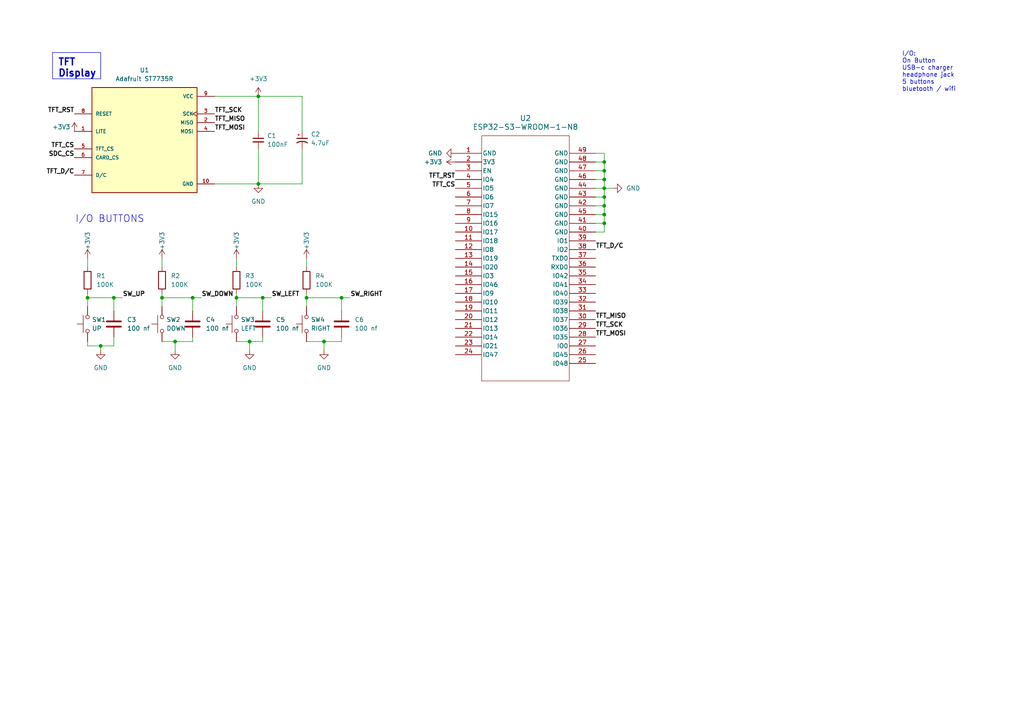
<source format=kicad_sch>
(kicad_sch (version 20230121) (generator eeschema)
  (paper "A4")
  (title_block (title "Mirage") (rev "1"))
  (lib_symbols
    (symbol "Device:C" (pin_numbers hide) (pin_names (offset 0.254))
      (property "Reference" "C" (at 0.635 2.54 0))
      (property "Value" "C" (at 0.635 -2.54 0))
      (symbol "C_0_1"
        (polyline (pts (xy -2.032 -0.762) (xy 2.032 -0.762)) (stroke (width 0.508)))
        (polyline (pts (xy -2.032 0.762) (xy 2.032 0.762)) (stroke (width 0.508)))
      )
      (symbol "C_1_1"
        (pin passive line (at 0 3.81 270) (length 2.794) (name "~") (number "1"))
        (pin passive line (at 0 -3.81 90) (length 2.794) (name "~") (number "2"))
      )
    )
    (symbol "Device:C_Polarized_Small_US" (pin_numbers hide) (pin_names (offset 0.254) hide)
      (property "Reference" "C" (at 0.254 1.778 0))
      (property "Value" "C_Polarized_Small_US" (at 0.254 -2.032 0))
      (symbol "C_Polarized_Small_US_0_1"
        (polyline (pts (xy -1.524 0.508) (xy 1.524 0.508)) (stroke (width 0.3048)))
        (polyline (pts (xy -1.27 1.524) (xy -0.762 1.524)))
        (polyline (pts (xy -1.016 1.27) (xy -1.016 1.778)))
        (arc (start 1.524 -0.762) (mid 0 -0.3734) (end -1.524 -0.762) (stroke (width 0.3048)))
      )
      (symbol "C_Polarized_Small_US_1_1"
        (pin passive line (at 0 2.54 270) (length 2.032) (name "~") (number "1"))
        (pin passive line (at 0 -2.54 90) (length 2.032) (name "~") (number "2"))
      )
    )
    (symbol "Device:C_Small" (pin_numbers hide) (pin_names (offset 0.254) hide)
      (property "Reference" "C" (at 0.254 1.778 0))
      (property "Value" "C_Small" (at 0.254 -2.032 0))
      (symbol "C_Small_0_1"
        (polyline (pts (xy -1.524 -0.508) (xy 1.524 -0.508)) (stroke (width 0.3302)))
        (polyline (pts (xy -1.524 0.508) (xy 1.524 0.508)) (stroke (width 0.3048)))
      )
      (symbol "C_Small_1_1"
        (pin passive line (at 0 2.54 270) (length 2.032) (name "~") (number "1"))
        (pin passive line (at 0 -2.54 90) (length 2.032) (name "~") (number "2"))
      )
    )
    (symbol "Device:R" (pin_numbers hide) (pin_names (offset 0))
      (property "Reference" "R1" (at 6.35 0 90))
      (property "Value" "R" (at 3.81 0 90))
      (symbol "R_0_1"
        (rectangle (start -1.016 -2.54) (end 1.016 2.54) (stroke (width 0.254)))
      )
      (symbol "R_1_1"
        (pin passive line (at 0 3.81 270) (length 1.27) (name "~") (number "1"))
        (pin passive line (at 0 -3.81 90) (length 1.27) (name "~") (number "2"))
      )
    )
    (symbol "ESP32_S3_WROOM_1_N8:ESP32-S3-WROOM-1-N8" (pin_names (offset 0.254))
      (property "Reference" "U" (at 20.32 10.16 0))
      (property "Value" "ESP32-S3-WROOM-1-N8" (at 20.32 7.62 0))
      (symbol "ESP32-S3-WROOM-1-N8_0_1"
        (polyline (pts (xy 7.62 -66.04) (xy 33.02 -66.04)) (stroke (width 0.127)))
        (polyline (pts (xy 7.62 5.08) (xy 7.62 -66.04)) (stroke (width 0.127)))
        (polyline (pts (xy 33.02 -66.04) (xy 33.02 5.08)) (stroke (width 0.127)))
        (polyline (pts (xy 33.02 5.08) (xy 7.62 5.08)) (stroke (width 0.127)))
        (pin power_out line (at 0 0 0) (length 7.62) (name "GND") (number "1"))
        (pin bidirectional line (at 0 -22.86 0) (length 7.62) (name "IO17") (number "10"))
        (pin bidirectional line (at 0 -25.4 0) (length 7.62) (name "IO18") (number "11"))
        (pin bidirectional line (at 0 -27.94 0) (length 7.62) (name "IO8") (number "12"))
        (pin bidirectional line (at 0 -30.48 0) (length 7.62) (name "IO19") (number "13"))
        (pin bidirectional line (at 0 -33.02 0) (length 7.62) (name "IO20") (number "14"))
        (pin bidirectional line (at 0 -35.56 0) (length 7.62) (name "IO3") (number "15"))
        (pin bidirectional line (at 0 -38.1 0) (length 7.62) (name "IO46") (number "16"))
        (pin bidirectional line (at 0 -40.64 0) (length 7.62) (name "IO9") (number "17"))
        (pin bidirectional line (at 0 -43.18 0) (length 7.62) (name "IO10") (number "18"))
        (pin bidirectional line (at 0 -45.72 0) (length 7.62) (name "IO11") (number "19"))
        (pin power_in line (at 0 -2.54 0) (length 7.62) (name "3V3") (number "2"))
        (pin bidirectional line (at 0 -48.26 0) (length 7.62) (name "IO12") (number "20"))
        (pin bidirectional line (at 0 -50.8 0) (length 7.62) (name "IO13") (number "21"))
        (pin bidirectional line (at 0 -53.34 0) (length 7.62) (name "IO14") (number "22"))
        (pin bidirectional line (at 0 -55.88 0) (length 7.62) (name "IO21") (number "23"))
        (pin bidirectional line (at 0 -58.42 0) (length 7.62) (name "IO47") (number "24"))
        (pin bidirectional line (at 40.64 -60.96 180) (length 7.62) (name "IO48") (number "25"))
        (pin bidirectional line (at 40.64 -58.42 180) (length 7.62) (name "IO45") (number "26"))
        (pin bidirectional line (at 40.64 -55.88 180) (length 7.62) (name "IO0") (number "27"))
        (pin bidirectional line (at 40.64 -53.34 180) (length 7.62) (name "IO35") (number "28"))
        (pin bidirectional line (at 40.64 -50.8 180) (length 7.62) (name "IO36") (number "29"))
        (pin input line (at 0 -5.08 0) (length 7.62) (name "EN") (number "3"))
        (pin bidirectional line (at 40.64 -48.26 180) (length 7.62) (name "IO37") (number "30"))
        (pin bidirectional line (at 40.64 -45.72 180) (length 7.62) (name "IO38") (number "31"))
        (pin bidirectional line (at 40.64 -43.18 180) (length 7.62) (name "IO39") (number "32"))
        (pin bidirectional line (at 40.64 -40.64 180) (length 7.62) (name "IO40") (number "33"))
        (pin bidirectional line (at 40.64 -38.1 180) (length 7.62) (name "IO41") (number "34"))
        (pin bidirectional line (at 40.64 -35.56 180) (length 7.62) (name "IO42") (number "35"))
        (pin bidirectional line (at 40.64 -33.02 180) (length 7.62) (name "RXD0") (number "36"))
        (pin bidirectional line (at 40.64 -30.48 180) (length 7.62) (name "TXD0") (number "37"))
        (pin bidirectional line (at 40.64 -27.94 180) (length 7.62) (name "IO2") (number "38"))
        (pin bidirectional line (at 40.64 -25.4 180) (length 7.62) (name "IO1") (number "39"))
        (pin bidirectional line (at 0 -7.62 0) (length 7.62) (name "IO4") (number "4"))
        (pin power_out line (at 40.64 -22.86 180) (length 7.62) (name "GND") (number "40"))
        (pin power_out line (at 40.64 -20.32 180) (length 7.62) (name "GND") (number "41"))
        (pin power_out line (at 40.64 -15.24 180) (length 7.62) (name "GND") (number "42"))
        (pin power_out line (at 40.64 -12.7 180) (length 7.62) (name "GND") (number "43"))
        (pin power_out line (at 40.64 -10.16 180) (length 7.62) (name "GND") (number "44"))
        (pin power_out line (at 40.64 -17.78 180) (length 7.62) (name "GND") (number "45"))
        (pin power_out line (at 40.64 -7.62 180) (length 7.62) (name "GND") (number "46"))
        (pin power_out line (at 40.64 -5.08 180) (length 7.62) (name "GND") (number "47"))
        (pin power_out line (at 40.64 -2.54 180) (length 7.62) (name "GND") (number "48"))
        (pin power_out line (at 40.64 0 180) (length 7.62) (name "GND") (number "49"))
        (pin bidirectional line (at 0 -10.16 0) (length 7.62) (name "IO5") (number "5"))
        (pin bidirectional line (at 0 -12.7 0) (length 7.62) (name "IO6") (number "6"))
        (pin bidirectional line (at 0 -15.24 0) (length 7.62) (name "IO7") (number "7"))
        (pin bidirectional line (at 0 -17.78 0) (length 7.62) (name "IO15") (number "8"))
        (pin bidirectional line (at 0 -20.32 0) (length 7.62) (name "IO16") (number "9"))
      )
    )
    (symbol "Switch:SW_Push" (pin_numbers hide) (pin_names (offset 1.016) hide)
      (property "Reference" "SW" (at 1.27 2.54 0))
      (property "Value" "SW_Push" (at 0 -1.524 0))
      (symbol "SW_Push_0_1"
        (circle (center -2.032 0) (radius 0.508))
        (polyline (pts (xy 0 1.27) (xy 0 3.048)))
        (polyline (pts (xy 2.54 1.27) (xy -2.54 1.27)))
        (circle (center 2.032 0) (radius 0.508))
        (pin passive line (at -5.08 0 0) (length 2.54) (name "1") (number "1"))
        (pin passive line (at 5.08 0 180) (length 2.54) (name "2") (number "2"))
      )
    )
    (symbol "adafruit_st7735r:Adafruit ST7735R" (pin_names (offset 1.016))
      (property "Reference" "U?" (at -15.24 16.002 0))
      (property "Value" "Adafruit ST7735R" (at -15.24 -17.78 0))
      (symbol "Adafruit ST7735R_0_0"
        (rectangle (start -15.24 -15.24) (end 15.24 15.24) (stroke (width 0.254)) (fill (type background)))
        (pin input line (at -20.32 2.54 0) (length 5.08) (name "LITE") (number "1"))
        (pin power_in line (at 20.32 -12.7 180) (length 5.08) (name "GND") (number "10"))
        (pin output line (at 20.32 5.08 180) (length 5.08) (name "MISO") (number "2"))
        (pin input clock (at 20.32 7.62 180) (length 5.08) (name "SCK") (number "3"))
        (pin input line (at 20.32 2.54 180) (length 5.08) (name "MOSI") (number "4"))
        (pin input line (at -20.32 -2.54 0) (length 5.08) (name "TFT_CS") (number "5"))
        (pin input line (at -20.32 -5.08 0) (length 5.08) (name "CARD_CS") (number "6"))
        (pin input line (at -20.32 -10.16 0) (length 5.08) (name "D/C") (number "7"))
        (pin input line (at -20.32 7.62 0) (length 5.08) (name "RESET") (number "8"))
        (pin power_in line (at 20.32 12.7 180) (length 5.08) (name "VCC") (number "9"))
      )
    )
    (symbol "power:+3V3" (power) (pin_names (offset 0))
      (property "Value" "+3V3" (at 0 3.556 0))
      (symbol "+3V3_0_1"
        (polyline (pts (xy -0.762 1.27) (xy 0 2.54)))
        (polyline (pts (xy 0 0) (xy 0 2.54)))
        (polyline (pts (xy 0 2.54) (xy 0.762 1.27)))
      )
      (symbol "+3V3_1_1"
        (pin power_in line (at 0 0 90) (length 0) hide (name "+3V3") (number "1"))
      )
    )
    (symbol "power:GND" (power) (pin_names (offset 0))
      (property "Value" "GND" (at 0 -3.81 0))
      (symbol "GND_0_1"
        (polyline (pts (xy 0 0) (xy 0 -1.27) (xy 1.27 -1.27) (xy 0 -2.54) (xy -1.27 -1.27) (xy 0 -1.27)))
      )
      (symbol "GND_1_1"
        (pin power_in line (at 0 0 270) (length 0) hide (name "GND") (number "1"))
      )
    )
  )
  (junction (at 175.26 49.53))
  (junction (at 55.88 86.36))
  (junction (at 33.02 86.36))
  (junction (at 76.2 86.36))
  (junction (at 46.99 86.36))
  (junction (at 50.8 99.06))
  (junction (at 175.26 62.23))
  (junction (at 175.26 46.99))
  (junction (at 175.26 54.61))
  (junction (at 25.4 86.36))
  (junction (at 74.93 27.94))
  (junction (at 175.26 59.69))
  (junction (at 74.93 53.34))
  (junction (at 175.26 57.15))
  (junction (at 175.26 52.07))
  (junction (at 72.39 99.06))
  (junction (at 175.26 64.77))
  (junction (at 68.58 86.36))
  (junction (at 93.98 99.06))
  (junction (at 88.9 86.36))
  (junction (at 99.06 86.36))
  (junction (at 29.21 100.33))
  (wire (pts (xy 172.72 44.45) (xy 175.26 44.45)))
  (wire (pts (xy 25.4 86.36) (xy 25.4 88.9)))
  (wire (pts (xy 87.63 53.34) (xy 74.93 53.34)))
  (wire (pts (xy 175.26 52.07) (xy 175.26 54.61)))
  (wire (pts (xy 172.72 52.07) (xy 175.26 52.07)))
  (wire (pts (xy 87.63 43.18) (xy 87.63 53.34)))
  (wire (pts (xy 68.58 99.06) (xy 72.39 99.06)))
  (wire (pts (xy 175.26 54.61) (xy 175.26 57.15)))
  (wire (pts (xy 172.72 59.69) (xy 175.26 59.69)))
  (wire (pts (xy 175.26 59.69) (xy 175.26 62.23)))
  (wire (pts (xy 74.93 27.94) (xy 74.93 38.1)))
  (wire (pts (xy 175.26 54.61) (xy 177.8 54.61)))
  (wire (pts (xy 93.98 99.06) (xy 93.98 101.6)))
  (wire (pts (xy 88.9 99.06) (xy 93.98 99.06)))
  (wire (pts (xy 55.88 86.36) (xy 55.88 90.17)))
  (wire (pts (xy 68.58 86.36) (xy 76.2 86.36)))
  (wire (pts (xy 72.39 99.06) (xy 76.2 99.06)))
  (wire (pts (xy 50.8 99.06) (xy 55.88 99.06)))
  (wire (pts (xy 25.4 86.36) (xy 33.02 86.36)))
  (wire (pts (xy 88.9 86.36) (xy 88.9 88.9)))
  (wire (pts (xy 46.99 86.36) (xy 46.99 88.9)))
  (wire (pts (xy 175.26 67.31) (xy 172.72 67.31)))
  (wire (pts (xy 172.72 46.99) (xy 175.26 46.99)))
  (wire (pts (xy 87.63 27.94) (xy 74.93 27.94)))
  (wire (pts (xy 175.26 64.77) (xy 175.26 67.31)))
  (wire (pts (xy 172.72 62.23) (xy 175.26 62.23)))
  (wire (pts (xy 99.06 97.79) (xy 99.06 99.06)))
  (wire (pts (xy 46.99 86.36) (xy 55.88 86.36)))
  (wire (pts (xy 62.23 27.94) (xy 74.93 27.94)))
  (wire (pts (xy 25.4 85.09) (xy 25.4 86.36)))
  (wire (pts (xy 29.21 100.33) (xy 33.02 100.33)))
  (wire (pts (xy 29.21 100.33) (xy 29.21 101.6)))
  (wire (pts (xy 99.06 86.36) (xy 101.6 86.36)))
  (wire (pts (xy 88.9 77.47) (xy 88.9 74.93)))
  (wire (pts (xy 50.8 99.06) (xy 50.8 101.6)))
  (wire (pts (xy 25.4 100.33) (xy 25.4 99.06)))
  (wire (pts (xy 172.72 49.53) (xy 175.26 49.53)))
  (wire (pts (xy 87.63 38.1) (xy 87.63 27.94)))
  (wire (pts (xy 172.72 64.77) (xy 175.26 64.77)))
  (wire (pts (xy 55.88 97.79) (xy 55.88 99.06)))
  (wire (pts (xy 175.26 57.15) (xy 175.26 59.69)))
  (wire (pts (xy 76.2 97.79) (xy 76.2 99.06)))
  (wire (pts (xy 76.2 86.36) (xy 78.74 86.36)))
  (wire (pts (xy 88.9 86.36) (xy 99.06 86.36)))
  (wire (pts (xy 93.98 99.06) (xy 99.06 99.06)))
  (wire (pts (xy 55.88 86.36) (xy 58.42 86.36)))
  (wire (pts (xy 99.06 86.36) (xy 99.06 90.17)))
  (wire (pts (xy 33.02 86.36) (xy 35.56 86.36)))
  (wire (pts (xy 68.58 77.47) (xy 68.58 74.93)))
  (wire (pts (xy 33.02 97.79) (xy 33.02 100.33)))
  (wire (pts (xy 25.4 100.33) (xy 29.21 100.33)))
  (wire (pts (xy 68.58 85.09) (xy 68.58 86.36)))
  (wire (pts (xy 74.93 43.18) (xy 74.93 53.34)))
  (wire (pts (xy 172.72 57.15) (xy 175.26 57.15)))
  (wire (pts (xy 88.9 85.09) (xy 88.9 86.36)))
  (wire (pts (xy 46.99 74.93) (xy 46.99 77.47)))
  (wire (pts (xy 25.4 77.47) (xy 25.4 74.93)))
  (wire (pts (xy 175.26 62.23) (xy 175.26 64.77)))
  (wire (pts (xy 76.2 86.36) (xy 76.2 90.17)))
  (wire (pts (xy 33.02 86.36) (xy 33.02 90.17)))
  (wire (pts (xy 175.26 44.45) (xy 175.26 46.99)))
  (wire (pts (xy 68.58 86.36) (xy 68.58 88.9)))
  (wire (pts (xy 74.93 53.34) (xy 62.23 53.34)))
  (wire (pts (xy 175.26 46.99) (xy 175.26 49.53)))
  (wire (pts (xy 175.26 49.53) (xy 175.26 52.07)))
  (wire (pts (xy 46.99 99.06) (xy 50.8 99.06)))
  (wire (pts (xy 72.39 99.06) (xy 72.39 101.6)))
  (wire (pts (xy 172.72 54.61) (xy 175.26 54.61)))
  (wire (pts (xy 46.99 85.09) (xy 46.99 86.36)))
  (text_box "TFT Display" (at 15.24 15.24 0) (size 13.97 7.62) (effects (font (size 2 2) (thickness 0.4) bold) (justify left top)))
  (text "I/O BUTTONS\n" (at 41.91 64.77 0) (effects (font (size 2 2)) (justify right bottom)))
  (text "I/O:\nOn Button\nUSB-c charger\nheadphone jack\n5 buttons\nbluetooth / wifi" (at 261.62 26.67 0) (effects (font (size 1.27 1.27)) (justify left bottom)))
  (label "SW_DOWN" (at 58.42 86.36 0) (effects (font bold)))
  (label "TFT_CS" (at 132.08 54.61 180) (effects (font bold)))
  (label "SW_LEFT" (at 78.74 86.36 0) (effects (font bold)))
  (label "SW_UP" (at 35.56 86.36 0) (effects (font bold)))
  (label "TFT_MISO" (at 62.23 35.56 0) (effects (font bold)))
  (label "TFT_CS" (at 21.59 43.18 180) (effects (font bold)))
  (label "TFT_RST" (at 21.59 33.02 180) (effects (font bold)))
  (label "TFT_SCK" (at 62.23 33.02 0) (effects (font bold)))
  (label "TFT_MISO" (at 172.72 92.71 0) (effects (font bold)))
  (label "TFT_RST" (at 132.08 52.07 180) (effects (font bold)))
  (label "TFT_D{slash}C" (at 21.59 50.8 180) (effects (font bold)))
  (label "SW_RIGHT" (at 101.6 86.36 0) (effects (font bold)))
  (label "SDC_CS" (at 21.59 45.72 180) (effects (font bold)))
  (label "TFT_MOSI" (at 62.23 38.1 0) (effects (font bold)))
  (label "TFT_D{slash}C" (at 172.72 72.39 0) (effects (font bold)))
  (label "TFT_SCK" (at 172.72 95.25 0) (effects (font bold)))
  (label "TFT_MOSI" (at 172.72 97.79 0) (effects (font bold)))
  (symbol (lib_id "Device:R") (at 46.99 81.28 180) (unit 1)
    (property "Reference" "R2" (at 49.53 80.01 0) (effects (justify right)))
    (property "Value" "100K" (at 49.53 82.55 0) (effects (justify right)))
    (property "Footprint" "Resistor_SMD:R_0402_1005Metric" (effects hide))
  )
  (symbol (lib_id "power:GND") (at 93.98 101.6 0) (unit 1)
    (property "Reference" "#PWR014" (effects hide))
    (property "Value" "GND" (at 93.98 106.68 0))
  )
  (symbol (lib_id "Switch:SW_Push") (at 88.9 93.98 90) (unit 1)
    (property "Reference" "SW4" (at 90.17 92.71 90) (effects (justify right)))
    (property "Value" "RIGHT" (at 90.17 95.25 90) (effects (justify right)))
    (property "Footprint" "Button_Switch_THT:SW_PUSH_6mm" (effects hide))
  )
  (symbol (lib_id "power:+3V3") (at 132.08 46.99 90) (unit 1)
    (property "Reference" "#PWR04" (effects hide))
    (property "Value" "+3V3" (at 128.27 46.99 90) (effects (justify left)))
  )
  (symbol (lib_id "Switch:SW_Push") (at 46.99 93.98 90) (unit 1)
    (property "Reference" "SW2" (at 48.26 92.71 90) (effects (justify right)))
    (property "Value" "DOWN" (at 48.26 95.25 90) (effects (justify right)))
    (property "Footprint" "Button_Switch_THT:SW_PUSH_6mm" (effects hide))
  )
  (symbol (lib_id "Device:R") (at 25.4 81.28 180) (unit 1)
    (property "Reference" "R1" (at 27.94 80.01 0) (effects (justify right)))
    (property "Value" "100K" (at 27.94 82.55 0) (effects (justify right)))
    (property "Footprint" "Resistor_SMD:R_0402_1005Metric" (effects hide))
  )
  (symbol (lib_id "power:GND") (at 177.8 54.61 90) (unit 1)
    (property "Reference" "#PWR06" (effects hide))
    (property "Value" "GND" (at 181.61 54.61 90) (effects (justify right)))
  )
  (symbol (lib_id "ESP32_S3_WROOM_1_N8:ESP32-S3-WROOM-1-N8") (at 132.08 44.45 0) (unit 1)
    (property "Reference" "U2" (at 152.4 34.29 0) (effects (font (size 1.524 1.524))))
    (property "Value" "ESP32-S3-WROOM-1-N8" (at 152.4 36.83 0) (effects (font (size 1.524 1.524))))
    (property "Footprint" "footprints:ESP32-S3-WROOM-1_EXP" (effects hide))
    (property "Datasheet" "https://www.espressif.com/sites/default/files/documentation/esp32-s3-wroom-1_wroom-1u_datasheet_en.pdf" (effects hide))
  )
  (symbol (lib_id "power:GND") (at 72.39 101.6 0) (unit 1)
    (property "Reference" "#PWR012" (effects hide))
    (property "Value" "GND" (at 72.39 106.68 0))
  )
  (symbol (lib_id "power:GND") (at 132.08 44.45 270) (unit 1)
    (property "Reference" "#PWR05" (effects hide))
    (property "Value" "GND" (at 128.27 44.45 90) (effects (justify right)))
  )
  (symbol (lib_id "Device:C_Small") (at 74.93 40.64 0) (unit 1)
    (property "Reference" "C1" (at 77.47 39.3763 0) (effects (justify left)))
    (property "Value" "100nF" (at 77.47 41.9163 0) (effects (justify left)))
    (property "Footprint" "Capacitor_THT:C_Axial_L5.1mm_D3.1mm_P15.00mm_Horizontal" (effects hide))
  )
  (symbol (lib_id "Device:C") (at 55.88 93.98 0) (unit 1)
    (property "Reference" "C4" (at 59.69 92.71 0) (effects (justify left)))
    (property "Value" "100 nf" (at 59.69 95.25 0) (effects (justify left)))
    (property "Footprint" "Capacitor_SMD:C_0402_1005Metric" (effects hide))
  )
  (symbol (lib_id "Device:R") (at 68.58 81.28 180) (unit 1)
    (property "Reference" "R3" (at 71.12 80.01 0) (effects (justify right)))
    (property "Value" "100K" (at 71.12 82.55 0) (effects (justify right)))
    (property "Footprint" "Resistor_SMD:R_0402_1005Metric" (effects hide))
  )
  (symbol (lib_id "power:GND") (at 50.8 101.6 0) (unit 1)
    (property "Reference" "#PWR010" (effects hide))
    (property "Value" "GND" (at 50.8 106.68 0))
  )
  (symbol (lib_id "Switch:SW_Push") (at 68.58 93.98 90) (unit 1)
    (property "Reference" "SW3" (at 69.85 92.71 90) (effects (justify right)))
    (property "Value" "LEFT" (at 69.85 95.25 90) (effects (justify right)))
    (property "Footprint" "Button_Switch_THT:SW_PUSH_6mm" (effects hide))
  )
  (symbol (lib_id "adafruit_st7735r:Adafruit ST7735R") (at 41.91 40.64 0) (unit 1)
    (property "Reference" "U1" (at 41.91 20.32 0))
    (property "Value" "Adafruit ST7735R" (at 41.91 22.86 0))
    (property "Footprint" "footprints:adafruit_st7735r" (effects hide))
    (property "Datasheet" "https://www.mouser.com/datasheet/2/737/ST7735R_V0_2-2489618.pdf" (effects hide))
    (property "Distributor" "Mouser" (effects hide))
    (property "Manufacturer" "Adafruit" (effects hide))
    (property "P/N" "358" (effects hide))
    (property "Cost" "19.95" (effects hide))
  )
  (symbol (lib_id "power:GND") (at 74.93 53.34 0) (unit 1)
    (property "Reference" "#PWR03" (effects hide))
    (property "Value" "GND" (at 74.93 58.42 0))
  )
  (symbol (lib_id "Device:C") (at 33.02 93.98 0) (unit 1)
    (property "Reference" "C3" (at 36.83 92.71 0) (effects (justify left)))
    (property "Value" "100 nf" (at 36.83 95.25 0) (effects (justify left)))
    (property "Footprint" "Capacitor_SMD:C_0402_1005Metric" (effects hide))
  )
  (symbol (lib_id "power:+3V3") (at 88.9 74.93 0) (mirror y) (unit 1)
    (property "Reference" "#PWR013" (effects hide))
    (property "Value" "+3V3" (at 88.9 69.85 90))
  )
  (symbol (lib_id "Switch:SW_Push") (at 25.4 93.98 90) (unit 1)
    (property "Reference" "SW1" (at 26.67 92.71 90) (effects (justify right)))
    (property "Value" "UP" (at 26.67 95.25 90) (effects (justify right)))
    (property "Footprint" "Button_Switch_THT:SW_PUSH_6mm" (effects hide))
  )
  (symbol (lib_id "Device:R") (at 88.9 81.28 180) (unit 1)
    (property "Reference" "R4" (at 91.44 80.01 0) (effects (justify right)))
    (property "Value" "100K" (at 91.44 82.55 0) (effects (justify right)))
    (property "Footprint" "Resistor_SMD:R_0402_1005Metric" (effects hide))
  )
  (symbol (lib_id "Device:C") (at 76.2 93.98 0) (unit 1)
    (property "Reference" "C5" (at 80.01 92.71 0) (effects (justify left)))
    (property "Value" "100 nf" (at 80.01 95.25 0) (effects (justify left)))
    (property "Footprint" "Capacitor_SMD:C_0402_1005Metric" (effects hide))
  )
  (symbol (lib_id "power:GND") (at 29.21 101.6 0) (unit 1)
    (property "Reference" "#PWR08" (effects hide))
    (property "Value" "GND" (at 29.21 106.68 0))
  )
  (symbol (lib_id "Device:C_Polarized_Small_US") (at 87.63 40.64 0) (unit 1)
    (property "Reference" "C2" (at 90.17 38.9382 0) (effects (justify left)))
    (property "Value" "4.7uF" (at 90.17 41.4782 0) (effects (justify left)))
    (property "Footprint" "Capacitor_THT:CP_Axial_L10.0mm_D4.5mm_P15.00mm_Horizontal" (effects hide))
  )
  (symbol (lib_id "power:+3V3") (at 46.99 74.93 0) (mirror y) (unit 1)
    (property "Reference" "#PWR09" (effects hide))
    (property "Value" "+3V3" (at 46.99 69.85 90))
  )
  (symbol (lib_id "power:+3V3") (at 68.58 74.93 0) (mirror y) (unit 1)
    (property "Reference" "#PWR011" (effects hide))
    (property "Value" "+3V3" (at 68.58 69.85 90))
  )
  (symbol (lib_id "power:+3V3") (at 74.93 27.94 0) (unit 1)
    (property "Reference" "#PWR02" (effects hide))
    (property "Value" "+3V3" (at 74.93 22.86 0))
  )
  (symbol (lib_id "power:+3V3") (at 25.4 74.93 0) (mirror y) (unit 1)
    (property "Reference" "#PWR07" (effects hide))
    (property "Value" "+3V3" (at 25.4 69.85 90))
  )
  (symbol (lib_id "power:+3V3") (at 21.59 38.1 0) (unit 1)
    (property "Reference" "#PWR01" (effects hide))
    (property "Value" "+3V3" (at 17.78 36.83 0))
  )
  (symbol (lib_id "Device:C") (at 99.06 93.98 0) (unit 1)
    (property "Reference" "C6" (at 102.87 92.71 0) (effects (justify left)))
    (property "Value" "100 nf" (at 102.87 95.25 0) (effects (justify left)))
    (property "Footprint" "Capacitor_SMD:C_0402_1005Metric" (effects hide))
  )
)
</source>
